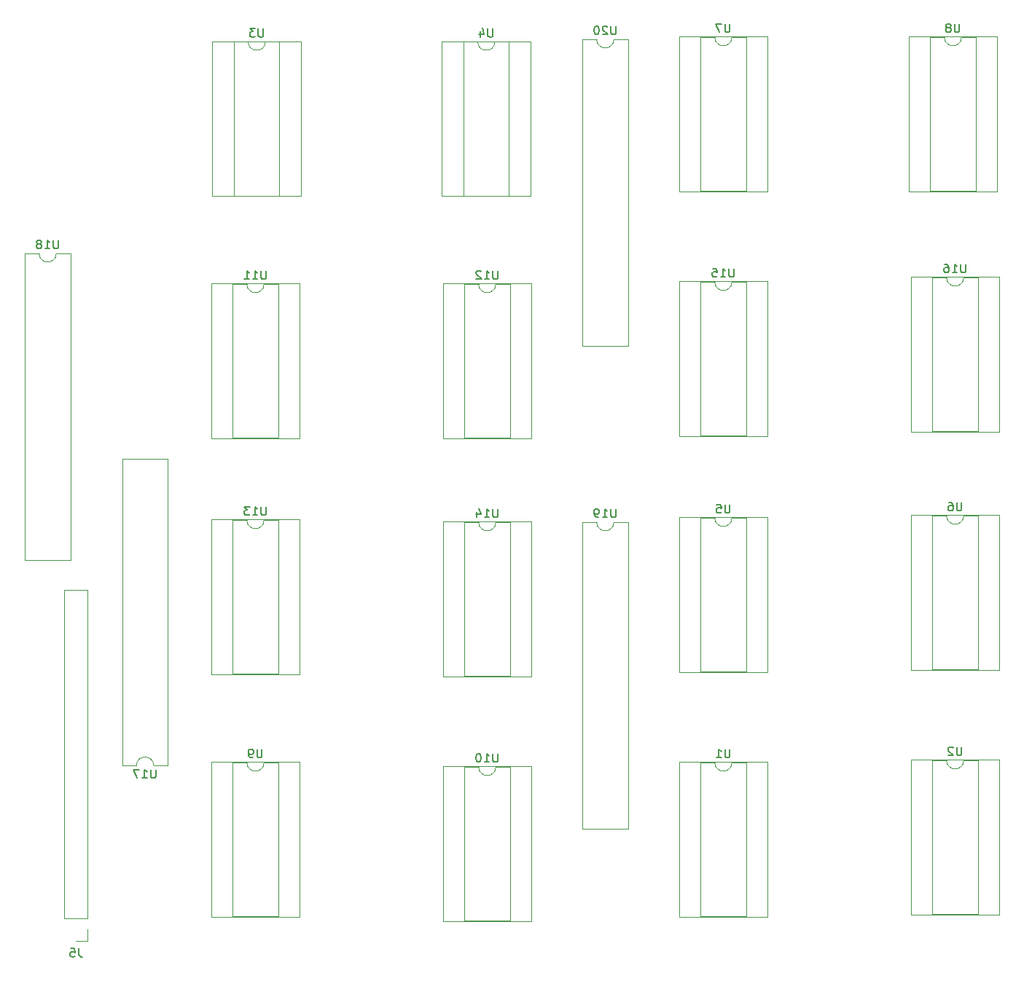
<source format=gbr>
G04 #@! TF.GenerationSoftware,KiCad,Pcbnew,(5.0.1-3-g963ef8bb5)*
G04 #@! TF.CreationDate,2019-04-09T02:40:33-05:00*
G04 #@! TF.ProjectId,SDMAY1932,53444D4159313933322E6B696361645F,rev?*
G04 #@! TF.SameCoordinates,Original*
G04 #@! TF.FileFunction,Legend,Bot*
G04 #@! TF.FilePolarity,Positive*
%FSLAX46Y46*%
G04 Gerber Fmt 4.6, Leading zero omitted, Abs format (unit mm)*
G04 Created by KiCad (PCBNEW (5.0.1-3-g963ef8bb5)) date Tuesday, April 09, 2019 at 02:40:33 AM*
%MOMM*%
%LPD*%
G01*
G04 APERTURE LIST*
%ADD10C,0.120000*%
%ADD11C,0.150000*%
G04 APERTURE END LIST*
D10*
G04 #@! TO.C,U17*
X44057170Y-128325906D02*
G75*
G03X42057170Y-128325906I-1000000J0D01*
G01*
X42057170Y-128325906D02*
X40407170Y-128325906D01*
X40407170Y-128325906D02*
X40407170Y-92645906D01*
X40407170Y-92645906D02*
X45707170Y-92645906D01*
X45707170Y-92645906D02*
X45707170Y-128325906D01*
X45707170Y-128325906D02*
X44057170Y-128325906D01*
G04 #@! TO.C,U20*
X95520000Y-43882000D02*
G75*
G03X97520000Y-43882000I1000000J0D01*
G01*
X97520000Y-43882000D02*
X99170000Y-43882000D01*
X99170000Y-43882000D02*
X99170000Y-79562000D01*
X99170000Y-79562000D02*
X93870000Y-79562000D01*
X93870000Y-79562000D02*
X93870000Y-43882000D01*
X93870000Y-43882000D02*
X95520000Y-43882000D01*
G04 #@! TO.C,U18*
X30750000Y-68774000D02*
G75*
G03X32750000Y-68774000I1000000J0D01*
G01*
X32750000Y-68774000D02*
X34400000Y-68774000D01*
X34400000Y-68774000D02*
X34400000Y-104454000D01*
X34400000Y-104454000D02*
X29100000Y-104454000D01*
X29100000Y-104454000D02*
X29100000Y-68774000D01*
X29100000Y-68774000D02*
X30750000Y-68774000D01*
G04 #@! TO.C,U1*
X105096000Y-127896000D02*
X115376000Y-127896000D01*
X105096000Y-145916000D02*
X105096000Y-127896000D01*
X115376000Y-145916000D02*
X105096000Y-145916000D01*
X115376000Y-127896000D02*
X115376000Y-145916000D01*
X107586000Y-127956000D02*
X109236000Y-127956000D01*
X107586000Y-145856000D02*
X107586000Y-127956000D01*
X112886000Y-145856000D02*
X107586000Y-145856000D01*
X112886000Y-127956000D02*
X112886000Y-145856000D01*
X111236000Y-127956000D02*
X112886000Y-127956000D01*
X109236000Y-127956000D02*
G75*
G03X111236000Y-127956000I1000000J0D01*
G01*
G04 #@! TO.C,U2*
X136160000Y-127702000D02*
G75*
G03X138160000Y-127702000I1000000J0D01*
G01*
X138160000Y-127702000D02*
X139810000Y-127702000D01*
X139810000Y-127702000D02*
X139810000Y-145602000D01*
X139810000Y-145602000D02*
X134510000Y-145602000D01*
X134510000Y-145602000D02*
X134510000Y-127702000D01*
X134510000Y-127702000D02*
X136160000Y-127702000D01*
X142300000Y-127642000D02*
X142300000Y-145662000D01*
X142300000Y-145662000D02*
X132020000Y-145662000D01*
X132020000Y-145662000D02*
X132020000Y-127642000D01*
X132020000Y-127642000D02*
X142300000Y-127642000D01*
G04 #@! TO.C,U3*
X55025920Y-44163963D02*
G75*
G03X57025920Y-44163963I1000000J0D01*
G01*
X57025920Y-44163963D02*
X58675920Y-44163963D01*
X58675920Y-44163963D02*
X58675920Y-62063963D01*
X58675920Y-62063963D02*
X53375920Y-62063963D01*
X53375920Y-62063963D02*
X53375920Y-44163963D01*
X53375920Y-44163963D02*
X55025920Y-44163963D01*
X61165920Y-44103963D02*
X61165920Y-62123963D01*
X61165920Y-62123963D02*
X50885920Y-62123963D01*
X50885920Y-62123963D02*
X50885920Y-44103963D01*
X50885920Y-44103963D02*
X61165920Y-44103963D01*
G04 #@! TO.C,U4*
X81695920Y-44163963D02*
G75*
G03X83695920Y-44163963I1000000J0D01*
G01*
X83695920Y-44163963D02*
X85345920Y-44163963D01*
X85345920Y-44163963D02*
X85345920Y-62063963D01*
X85345920Y-62063963D02*
X80045920Y-62063963D01*
X80045920Y-62063963D02*
X80045920Y-44163963D01*
X80045920Y-44163963D02*
X81695920Y-44163963D01*
X87835920Y-44103963D02*
X87835920Y-62123963D01*
X87835920Y-62123963D02*
X77555920Y-62123963D01*
X77555920Y-62123963D02*
X77555920Y-44103963D01*
X77555920Y-44103963D02*
X87835920Y-44103963D01*
G04 #@! TO.C,U5*
X109236000Y-99508000D02*
G75*
G03X111236000Y-99508000I1000000J0D01*
G01*
X111236000Y-99508000D02*
X112886000Y-99508000D01*
X112886000Y-99508000D02*
X112886000Y-117408000D01*
X112886000Y-117408000D02*
X107586000Y-117408000D01*
X107586000Y-117408000D02*
X107586000Y-99508000D01*
X107586000Y-99508000D02*
X109236000Y-99508000D01*
X115376000Y-99448000D02*
X115376000Y-117468000D01*
X115376000Y-117468000D02*
X105096000Y-117468000D01*
X105096000Y-117468000D02*
X105096000Y-99448000D01*
X105096000Y-99448000D02*
X115376000Y-99448000D01*
G04 #@! TO.C,U6*
X136160000Y-99254000D02*
G75*
G03X138160000Y-99254000I1000000J0D01*
G01*
X138160000Y-99254000D02*
X139810000Y-99254000D01*
X139810000Y-99254000D02*
X139810000Y-117154000D01*
X139810000Y-117154000D02*
X134510000Y-117154000D01*
X134510000Y-117154000D02*
X134510000Y-99254000D01*
X134510000Y-99254000D02*
X136160000Y-99254000D01*
X142300000Y-99194000D02*
X142300000Y-117214000D01*
X142300000Y-117214000D02*
X132020000Y-117214000D01*
X132020000Y-117214000D02*
X132020000Y-99194000D01*
X132020000Y-99194000D02*
X142300000Y-99194000D01*
G04 #@! TO.C,U7*
X109236000Y-43628000D02*
G75*
G03X111236000Y-43628000I1000000J0D01*
G01*
X111236000Y-43628000D02*
X112886000Y-43628000D01*
X112886000Y-43628000D02*
X112886000Y-61528000D01*
X112886000Y-61528000D02*
X107586000Y-61528000D01*
X107586000Y-61528000D02*
X107586000Y-43628000D01*
X107586000Y-43628000D02*
X109236000Y-43628000D01*
X115376000Y-43568000D02*
X115376000Y-61588000D01*
X115376000Y-61588000D02*
X105096000Y-61588000D01*
X105096000Y-61588000D02*
X105096000Y-43568000D01*
X105096000Y-43568000D02*
X115376000Y-43568000D01*
G04 #@! TO.C,U8*
X135906000Y-43628000D02*
G75*
G03X137906000Y-43628000I1000000J0D01*
G01*
X137906000Y-43628000D02*
X139556000Y-43628000D01*
X139556000Y-43628000D02*
X139556000Y-61528000D01*
X139556000Y-61528000D02*
X134256000Y-61528000D01*
X134256000Y-61528000D02*
X134256000Y-43628000D01*
X134256000Y-43628000D02*
X135906000Y-43628000D01*
X142046000Y-43568000D02*
X142046000Y-61588000D01*
X142046000Y-61588000D02*
X131766000Y-61588000D01*
X131766000Y-61588000D02*
X131766000Y-43568000D01*
X131766000Y-43568000D02*
X142046000Y-43568000D01*
G04 #@! TO.C,U9*
X54880000Y-127956000D02*
G75*
G03X56880000Y-127956000I1000000J0D01*
G01*
X56880000Y-127956000D02*
X58530000Y-127956000D01*
X58530000Y-127956000D02*
X58530000Y-145856000D01*
X58530000Y-145856000D02*
X53230000Y-145856000D01*
X53230000Y-145856000D02*
X53230000Y-127956000D01*
X53230000Y-127956000D02*
X54880000Y-127956000D01*
X61020000Y-127896000D02*
X61020000Y-145916000D01*
X61020000Y-145916000D02*
X50740000Y-145916000D01*
X50740000Y-145916000D02*
X50740000Y-127896000D01*
X50740000Y-127896000D02*
X61020000Y-127896000D01*
G04 #@! TO.C,U10*
X77664000Y-128404000D02*
X87944000Y-128404000D01*
X77664000Y-146424000D02*
X77664000Y-128404000D01*
X87944000Y-146424000D02*
X77664000Y-146424000D01*
X87944000Y-128404000D02*
X87944000Y-146424000D01*
X80154000Y-128464000D02*
X81804000Y-128464000D01*
X80154000Y-146364000D02*
X80154000Y-128464000D01*
X85454000Y-146364000D02*
X80154000Y-146364000D01*
X85454000Y-128464000D02*
X85454000Y-146364000D01*
X83804000Y-128464000D02*
X85454000Y-128464000D01*
X81804000Y-128464000D02*
G75*
G03X83804000Y-128464000I1000000J0D01*
G01*
G04 #@! TO.C,U11*
X50740000Y-72270000D02*
X61020000Y-72270000D01*
X50740000Y-90290000D02*
X50740000Y-72270000D01*
X61020000Y-90290000D02*
X50740000Y-90290000D01*
X61020000Y-72270000D02*
X61020000Y-90290000D01*
X53230000Y-72330000D02*
X54880000Y-72330000D01*
X53230000Y-90230000D02*
X53230000Y-72330000D01*
X58530000Y-90230000D02*
X53230000Y-90230000D01*
X58530000Y-72330000D02*
X58530000Y-90230000D01*
X56880000Y-72330000D02*
X58530000Y-72330000D01*
X54880000Y-72330000D02*
G75*
G03X56880000Y-72330000I1000000J0D01*
G01*
G04 #@! TO.C,U12*
X77664000Y-72270000D02*
X87944000Y-72270000D01*
X77664000Y-90290000D02*
X77664000Y-72270000D01*
X87944000Y-90290000D02*
X77664000Y-90290000D01*
X87944000Y-72270000D02*
X87944000Y-90290000D01*
X80154000Y-72330000D02*
X81804000Y-72330000D01*
X80154000Y-90230000D02*
X80154000Y-72330000D01*
X85454000Y-90230000D02*
X80154000Y-90230000D01*
X85454000Y-72330000D02*
X85454000Y-90230000D01*
X83804000Y-72330000D02*
X85454000Y-72330000D01*
X81804000Y-72330000D02*
G75*
G03X83804000Y-72330000I1000000J0D01*
G01*
G04 #@! TO.C,U13*
X50740000Y-99702000D02*
X61020000Y-99702000D01*
X50740000Y-117722000D02*
X50740000Y-99702000D01*
X61020000Y-117722000D02*
X50740000Y-117722000D01*
X61020000Y-99702000D02*
X61020000Y-117722000D01*
X53230000Y-99762000D02*
X54880000Y-99762000D01*
X53230000Y-117662000D02*
X53230000Y-99762000D01*
X58530000Y-117662000D02*
X53230000Y-117662000D01*
X58530000Y-99762000D02*
X58530000Y-117662000D01*
X56880000Y-99762000D02*
X58530000Y-99762000D01*
X54880000Y-99762000D02*
G75*
G03X56880000Y-99762000I1000000J0D01*
G01*
G04 #@! TO.C,U14*
X77664000Y-99956000D02*
X87944000Y-99956000D01*
X77664000Y-117976000D02*
X77664000Y-99956000D01*
X87944000Y-117976000D02*
X77664000Y-117976000D01*
X87944000Y-99956000D02*
X87944000Y-117976000D01*
X80154000Y-100016000D02*
X81804000Y-100016000D01*
X80154000Y-117916000D02*
X80154000Y-100016000D01*
X85454000Y-117916000D02*
X80154000Y-117916000D01*
X85454000Y-100016000D02*
X85454000Y-117916000D01*
X83804000Y-100016000D02*
X85454000Y-100016000D01*
X81804000Y-100016000D02*
G75*
G03X83804000Y-100016000I1000000J0D01*
G01*
G04 #@! TO.C,U15*
X105096000Y-72016000D02*
X115376000Y-72016000D01*
X105096000Y-90036000D02*
X105096000Y-72016000D01*
X115376000Y-90036000D02*
X105096000Y-90036000D01*
X115376000Y-72016000D02*
X115376000Y-90036000D01*
X107586000Y-72076000D02*
X109236000Y-72076000D01*
X107586000Y-89976000D02*
X107586000Y-72076000D01*
X112886000Y-89976000D02*
X107586000Y-89976000D01*
X112886000Y-72076000D02*
X112886000Y-89976000D01*
X111236000Y-72076000D02*
X112886000Y-72076000D01*
X109236000Y-72076000D02*
G75*
G03X111236000Y-72076000I1000000J0D01*
G01*
G04 #@! TO.C,U16*
X132020000Y-71508000D02*
X142300000Y-71508000D01*
X132020000Y-89528000D02*
X132020000Y-71508000D01*
X142300000Y-89528000D02*
X132020000Y-89528000D01*
X142300000Y-71508000D02*
X142300000Y-89528000D01*
X134510000Y-71568000D02*
X136160000Y-71568000D01*
X134510000Y-89468000D02*
X134510000Y-71568000D01*
X139810000Y-89468000D02*
X134510000Y-89468000D01*
X139810000Y-71568000D02*
X139810000Y-89468000D01*
X138160000Y-71568000D02*
X139810000Y-71568000D01*
X136160000Y-71568000D02*
G75*
G03X138160000Y-71568000I1000000J0D01*
G01*
G04 #@! TO.C,U19*
X93870000Y-100016000D02*
X95520000Y-100016000D01*
X93870000Y-135696000D02*
X93870000Y-100016000D01*
X99170000Y-135696000D02*
X93870000Y-135696000D01*
X99170000Y-100016000D02*
X99170000Y-135696000D01*
X97520000Y-100016000D02*
X99170000Y-100016000D01*
X95520000Y-100016000D02*
G75*
G03X97520000Y-100016000I1000000J0D01*
G01*
G04 #@! TO.C,J5*
X33697484Y-146080110D02*
X36357484Y-146080110D01*
X33697484Y-146080110D02*
X33697484Y-107920110D01*
X33697484Y-107920110D02*
X36357484Y-107920110D01*
X36357484Y-146080110D02*
X36357484Y-107920110D01*
X36357484Y-148680110D02*
X36357484Y-147350110D01*
X35027484Y-148680110D02*
X36357484Y-148680110D01*
G04 #@! TO.C,U17*
D11*
X44295265Y-128778286D02*
X44295265Y-129587810D01*
X44247646Y-129683048D01*
X44200027Y-129730667D01*
X44104789Y-129778286D01*
X43914312Y-129778286D01*
X43819074Y-129730667D01*
X43771455Y-129683048D01*
X43723836Y-129587810D01*
X43723836Y-128778286D01*
X42723836Y-129778286D02*
X43295265Y-129778286D01*
X43009550Y-129778286D02*
X43009550Y-128778286D01*
X43104789Y-128921144D01*
X43200027Y-129016382D01*
X43295265Y-129064001D01*
X42390503Y-128778286D02*
X41723836Y-128778286D01*
X42152408Y-129778286D01*
G04 #@! TO.C,U20*
X97758095Y-42334380D02*
X97758095Y-43143904D01*
X97710476Y-43239142D01*
X97662857Y-43286761D01*
X97567619Y-43334380D01*
X97377142Y-43334380D01*
X97281904Y-43286761D01*
X97234285Y-43239142D01*
X97186666Y-43143904D01*
X97186666Y-42334380D01*
X96758095Y-42429619D02*
X96710476Y-42382000D01*
X96615238Y-42334380D01*
X96377142Y-42334380D01*
X96281904Y-42382000D01*
X96234285Y-42429619D01*
X96186666Y-42524857D01*
X96186666Y-42620095D01*
X96234285Y-42762952D01*
X96805714Y-43334380D01*
X96186666Y-43334380D01*
X95567619Y-42334380D02*
X95472380Y-42334380D01*
X95377142Y-42382000D01*
X95329523Y-42429619D01*
X95281904Y-42524857D01*
X95234285Y-42715333D01*
X95234285Y-42953428D01*
X95281904Y-43143904D01*
X95329523Y-43239142D01*
X95377142Y-43286761D01*
X95472380Y-43334380D01*
X95567619Y-43334380D01*
X95662857Y-43286761D01*
X95710476Y-43239142D01*
X95758095Y-43143904D01*
X95805714Y-42953428D01*
X95805714Y-42715333D01*
X95758095Y-42524857D01*
X95710476Y-42429619D01*
X95662857Y-42382000D01*
X95567619Y-42334380D01*
G04 #@! TO.C,U18*
X32988095Y-67226380D02*
X32988095Y-68035904D01*
X32940476Y-68131142D01*
X32892857Y-68178761D01*
X32797619Y-68226380D01*
X32607142Y-68226380D01*
X32511904Y-68178761D01*
X32464285Y-68131142D01*
X32416666Y-68035904D01*
X32416666Y-67226380D01*
X31416666Y-68226380D02*
X31988095Y-68226380D01*
X31702380Y-68226380D02*
X31702380Y-67226380D01*
X31797619Y-67369238D01*
X31892857Y-67464476D01*
X31988095Y-67512095D01*
X30845238Y-67654952D02*
X30940476Y-67607333D01*
X30988095Y-67559714D01*
X31035714Y-67464476D01*
X31035714Y-67416857D01*
X30988095Y-67321619D01*
X30940476Y-67274000D01*
X30845238Y-67226380D01*
X30654761Y-67226380D01*
X30559523Y-67274000D01*
X30511904Y-67321619D01*
X30464285Y-67416857D01*
X30464285Y-67464476D01*
X30511904Y-67559714D01*
X30559523Y-67607333D01*
X30654761Y-67654952D01*
X30845238Y-67654952D01*
X30940476Y-67702571D01*
X30988095Y-67750190D01*
X31035714Y-67845428D01*
X31035714Y-68035904D01*
X30988095Y-68131142D01*
X30940476Y-68178761D01*
X30845238Y-68226380D01*
X30654761Y-68226380D01*
X30559523Y-68178761D01*
X30511904Y-68131142D01*
X30464285Y-68035904D01*
X30464285Y-67845428D01*
X30511904Y-67750190D01*
X30559523Y-67702571D01*
X30654761Y-67654952D01*
G04 #@! TO.C,U1*
X110997904Y-126408380D02*
X110997904Y-127217904D01*
X110950285Y-127313142D01*
X110902666Y-127360761D01*
X110807428Y-127408380D01*
X110616952Y-127408380D01*
X110521714Y-127360761D01*
X110474095Y-127313142D01*
X110426476Y-127217904D01*
X110426476Y-126408380D01*
X109426476Y-127408380D02*
X109997904Y-127408380D01*
X109712190Y-127408380D02*
X109712190Y-126408380D01*
X109807428Y-126551238D01*
X109902666Y-126646476D01*
X109997904Y-126694095D01*
G04 #@! TO.C,U2*
X137921904Y-126154380D02*
X137921904Y-126963904D01*
X137874285Y-127059142D01*
X137826666Y-127106761D01*
X137731428Y-127154380D01*
X137540952Y-127154380D01*
X137445714Y-127106761D01*
X137398095Y-127059142D01*
X137350476Y-126963904D01*
X137350476Y-126154380D01*
X136921904Y-126249619D02*
X136874285Y-126202000D01*
X136779047Y-126154380D01*
X136540952Y-126154380D01*
X136445714Y-126202000D01*
X136398095Y-126249619D01*
X136350476Y-126344857D01*
X136350476Y-126440095D01*
X136398095Y-126582952D01*
X136969523Y-127154380D01*
X136350476Y-127154380D01*
G04 #@! TO.C,U3*
X56787824Y-42616343D02*
X56787824Y-43425867D01*
X56740205Y-43521105D01*
X56692586Y-43568724D01*
X56597348Y-43616343D01*
X56406872Y-43616343D01*
X56311634Y-43568724D01*
X56264015Y-43521105D01*
X56216396Y-43425867D01*
X56216396Y-42616343D01*
X55835443Y-42616343D02*
X55216396Y-42616343D01*
X55549729Y-42997296D01*
X55406872Y-42997296D01*
X55311634Y-43044915D01*
X55264015Y-43092534D01*
X55216396Y-43187772D01*
X55216396Y-43425867D01*
X55264015Y-43521105D01*
X55311634Y-43568724D01*
X55406872Y-43616343D01*
X55692586Y-43616343D01*
X55787824Y-43568724D01*
X55835443Y-43521105D01*
G04 #@! TO.C,U4*
X83457824Y-42616343D02*
X83457824Y-43425867D01*
X83410205Y-43521105D01*
X83362586Y-43568724D01*
X83267348Y-43616343D01*
X83076872Y-43616343D01*
X82981634Y-43568724D01*
X82934015Y-43521105D01*
X82886396Y-43425867D01*
X82886396Y-42616343D01*
X81981634Y-42949677D02*
X81981634Y-43616343D01*
X82219729Y-42568724D02*
X82457824Y-43283010D01*
X81838777Y-43283010D01*
G04 #@! TO.C,U5*
X110997904Y-97960380D02*
X110997904Y-98769904D01*
X110950285Y-98865142D01*
X110902666Y-98912761D01*
X110807428Y-98960380D01*
X110616952Y-98960380D01*
X110521714Y-98912761D01*
X110474095Y-98865142D01*
X110426476Y-98769904D01*
X110426476Y-97960380D01*
X109474095Y-97960380D02*
X109950285Y-97960380D01*
X109997904Y-98436571D01*
X109950285Y-98388952D01*
X109855047Y-98341333D01*
X109616952Y-98341333D01*
X109521714Y-98388952D01*
X109474095Y-98436571D01*
X109426476Y-98531809D01*
X109426476Y-98769904D01*
X109474095Y-98865142D01*
X109521714Y-98912761D01*
X109616952Y-98960380D01*
X109855047Y-98960380D01*
X109950285Y-98912761D01*
X109997904Y-98865142D01*
G04 #@! TO.C,U6*
X137921904Y-97706380D02*
X137921904Y-98515904D01*
X137874285Y-98611142D01*
X137826666Y-98658761D01*
X137731428Y-98706380D01*
X137540952Y-98706380D01*
X137445714Y-98658761D01*
X137398095Y-98611142D01*
X137350476Y-98515904D01*
X137350476Y-97706380D01*
X136445714Y-97706380D02*
X136636190Y-97706380D01*
X136731428Y-97754000D01*
X136779047Y-97801619D01*
X136874285Y-97944476D01*
X136921904Y-98134952D01*
X136921904Y-98515904D01*
X136874285Y-98611142D01*
X136826666Y-98658761D01*
X136731428Y-98706380D01*
X136540952Y-98706380D01*
X136445714Y-98658761D01*
X136398095Y-98611142D01*
X136350476Y-98515904D01*
X136350476Y-98277809D01*
X136398095Y-98182571D01*
X136445714Y-98134952D01*
X136540952Y-98087333D01*
X136731428Y-98087333D01*
X136826666Y-98134952D01*
X136874285Y-98182571D01*
X136921904Y-98277809D01*
G04 #@! TO.C,U7*
X110997904Y-42080380D02*
X110997904Y-42889904D01*
X110950285Y-42985142D01*
X110902666Y-43032761D01*
X110807428Y-43080380D01*
X110616952Y-43080380D01*
X110521714Y-43032761D01*
X110474095Y-42985142D01*
X110426476Y-42889904D01*
X110426476Y-42080380D01*
X110045523Y-42080380D02*
X109378857Y-42080380D01*
X109807428Y-43080380D01*
G04 #@! TO.C,U8*
X137667904Y-42080380D02*
X137667904Y-42889904D01*
X137620285Y-42985142D01*
X137572666Y-43032761D01*
X137477428Y-43080380D01*
X137286952Y-43080380D01*
X137191714Y-43032761D01*
X137144095Y-42985142D01*
X137096476Y-42889904D01*
X137096476Y-42080380D01*
X136477428Y-42508952D02*
X136572666Y-42461333D01*
X136620285Y-42413714D01*
X136667904Y-42318476D01*
X136667904Y-42270857D01*
X136620285Y-42175619D01*
X136572666Y-42128000D01*
X136477428Y-42080380D01*
X136286952Y-42080380D01*
X136191714Y-42128000D01*
X136144095Y-42175619D01*
X136096476Y-42270857D01*
X136096476Y-42318476D01*
X136144095Y-42413714D01*
X136191714Y-42461333D01*
X136286952Y-42508952D01*
X136477428Y-42508952D01*
X136572666Y-42556571D01*
X136620285Y-42604190D01*
X136667904Y-42699428D01*
X136667904Y-42889904D01*
X136620285Y-42985142D01*
X136572666Y-43032761D01*
X136477428Y-43080380D01*
X136286952Y-43080380D01*
X136191714Y-43032761D01*
X136144095Y-42985142D01*
X136096476Y-42889904D01*
X136096476Y-42699428D01*
X136144095Y-42604190D01*
X136191714Y-42556571D01*
X136286952Y-42508952D01*
G04 #@! TO.C,U9*
X56641904Y-126408380D02*
X56641904Y-127217904D01*
X56594285Y-127313142D01*
X56546666Y-127360761D01*
X56451428Y-127408380D01*
X56260952Y-127408380D01*
X56165714Y-127360761D01*
X56118095Y-127313142D01*
X56070476Y-127217904D01*
X56070476Y-126408380D01*
X55546666Y-127408380D02*
X55356190Y-127408380D01*
X55260952Y-127360761D01*
X55213333Y-127313142D01*
X55118095Y-127170285D01*
X55070476Y-126979809D01*
X55070476Y-126598857D01*
X55118095Y-126503619D01*
X55165714Y-126456000D01*
X55260952Y-126408380D01*
X55451428Y-126408380D01*
X55546666Y-126456000D01*
X55594285Y-126503619D01*
X55641904Y-126598857D01*
X55641904Y-126836952D01*
X55594285Y-126932190D01*
X55546666Y-126979809D01*
X55451428Y-127027428D01*
X55260952Y-127027428D01*
X55165714Y-126979809D01*
X55118095Y-126932190D01*
X55070476Y-126836952D01*
G04 #@! TO.C,U10*
X84042095Y-126916380D02*
X84042095Y-127725904D01*
X83994476Y-127821142D01*
X83946857Y-127868761D01*
X83851619Y-127916380D01*
X83661142Y-127916380D01*
X83565904Y-127868761D01*
X83518285Y-127821142D01*
X83470666Y-127725904D01*
X83470666Y-126916380D01*
X82470666Y-127916380D02*
X83042095Y-127916380D01*
X82756380Y-127916380D02*
X82756380Y-126916380D01*
X82851619Y-127059238D01*
X82946857Y-127154476D01*
X83042095Y-127202095D01*
X81851619Y-126916380D02*
X81756380Y-126916380D01*
X81661142Y-126964000D01*
X81613523Y-127011619D01*
X81565904Y-127106857D01*
X81518285Y-127297333D01*
X81518285Y-127535428D01*
X81565904Y-127725904D01*
X81613523Y-127821142D01*
X81661142Y-127868761D01*
X81756380Y-127916380D01*
X81851619Y-127916380D01*
X81946857Y-127868761D01*
X81994476Y-127821142D01*
X82042095Y-127725904D01*
X82089714Y-127535428D01*
X82089714Y-127297333D01*
X82042095Y-127106857D01*
X81994476Y-127011619D01*
X81946857Y-126964000D01*
X81851619Y-126916380D01*
G04 #@! TO.C,U11*
X57118095Y-70782380D02*
X57118095Y-71591904D01*
X57070476Y-71687142D01*
X57022857Y-71734761D01*
X56927619Y-71782380D01*
X56737142Y-71782380D01*
X56641904Y-71734761D01*
X56594285Y-71687142D01*
X56546666Y-71591904D01*
X56546666Y-70782380D01*
X55546666Y-71782380D02*
X56118095Y-71782380D01*
X55832380Y-71782380D02*
X55832380Y-70782380D01*
X55927619Y-70925238D01*
X56022857Y-71020476D01*
X56118095Y-71068095D01*
X54594285Y-71782380D02*
X55165714Y-71782380D01*
X54880000Y-71782380D02*
X54880000Y-70782380D01*
X54975238Y-70925238D01*
X55070476Y-71020476D01*
X55165714Y-71068095D01*
G04 #@! TO.C,U12*
X84042095Y-70782380D02*
X84042095Y-71591904D01*
X83994476Y-71687142D01*
X83946857Y-71734761D01*
X83851619Y-71782380D01*
X83661142Y-71782380D01*
X83565904Y-71734761D01*
X83518285Y-71687142D01*
X83470666Y-71591904D01*
X83470666Y-70782380D01*
X82470666Y-71782380D02*
X83042095Y-71782380D01*
X82756380Y-71782380D02*
X82756380Y-70782380D01*
X82851619Y-70925238D01*
X82946857Y-71020476D01*
X83042095Y-71068095D01*
X82089714Y-70877619D02*
X82042095Y-70830000D01*
X81946857Y-70782380D01*
X81708761Y-70782380D01*
X81613523Y-70830000D01*
X81565904Y-70877619D01*
X81518285Y-70972857D01*
X81518285Y-71068095D01*
X81565904Y-71210952D01*
X82137333Y-71782380D01*
X81518285Y-71782380D01*
G04 #@! TO.C,U13*
X57118095Y-98214380D02*
X57118095Y-99023904D01*
X57070476Y-99119142D01*
X57022857Y-99166761D01*
X56927619Y-99214380D01*
X56737142Y-99214380D01*
X56641904Y-99166761D01*
X56594285Y-99119142D01*
X56546666Y-99023904D01*
X56546666Y-98214380D01*
X55546666Y-99214380D02*
X56118095Y-99214380D01*
X55832380Y-99214380D02*
X55832380Y-98214380D01*
X55927619Y-98357238D01*
X56022857Y-98452476D01*
X56118095Y-98500095D01*
X55213333Y-98214380D02*
X54594285Y-98214380D01*
X54927619Y-98595333D01*
X54784761Y-98595333D01*
X54689523Y-98642952D01*
X54641904Y-98690571D01*
X54594285Y-98785809D01*
X54594285Y-99023904D01*
X54641904Y-99119142D01*
X54689523Y-99166761D01*
X54784761Y-99214380D01*
X55070476Y-99214380D01*
X55165714Y-99166761D01*
X55213333Y-99119142D01*
G04 #@! TO.C,U14*
X84042095Y-98468380D02*
X84042095Y-99277904D01*
X83994476Y-99373142D01*
X83946857Y-99420761D01*
X83851619Y-99468380D01*
X83661142Y-99468380D01*
X83565904Y-99420761D01*
X83518285Y-99373142D01*
X83470666Y-99277904D01*
X83470666Y-98468380D01*
X82470666Y-99468380D02*
X83042095Y-99468380D01*
X82756380Y-99468380D02*
X82756380Y-98468380D01*
X82851619Y-98611238D01*
X82946857Y-98706476D01*
X83042095Y-98754095D01*
X81613523Y-98801714D02*
X81613523Y-99468380D01*
X81851619Y-98420761D02*
X82089714Y-99135047D01*
X81470666Y-99135047D01*
G04 #@! TO.C,U15*
X111474095Y-70528380D02*
X111474095Y-71337904D01*
X111426476Y-71433142D01*
X111378857Y-71480761D01*
X111283619Y-71528380D01*
X111093142Y-71528380D01*
X110997904Y-71480761D01*
X110950285Y-71433142D01*
X110902666Y-71337904D01*
X110902666Y-70528380D01*
X109902666Y-71528380D02*
X110474095Y-71528380D01*
X110188380Y-71528380D02*
X110188380Y-70528380D01*
X110283619Y-70671238D01*
X110378857Y-70766476D01*
X110474095Y-70814095D01*
X108997904Y-70528380D02*
X109474095Y-70528380D01*
X109521714Y-71004571D01*
X109474095Y-70956952D01*
X109378857Y-70909333D01*
X109140761Y-70909333D01*
X109045523Y-70956952D01*
X108997904Y-71004571D01*
X108950285Y-71099809D01*
X108950285Y-71337904D01*
X108997904Y-71433142D01*
X109045523Y-71480761D01*
X109140761Y-71528380D01*
X109378857Y-71528380D01*
X109474095Y-71480761D01*
X109521714Y-71433142D01*
G04 #@! TO.C,U16*
X138398095Y-70020380D02*
X138398095Y-70829904D01*
X138350476Y-70925142D01*
X138302857Y-70972761D01*
X138207619Y-71020380D01*
X138017142Y-71020380D01*
X137921904Y-70972761D01*
X137874285Y-70925142D01*
X137826666Y-70829904D01*
X137826666Y-70020380D01*
X136826666Y-71020380D02*
X137398095Y-71020380D01*
X137112380Y-71020380D02*
X137112380Y-70020380D01*
X137207619Y-70163238D01*
X137302857Y-70258476D01*
X137398095Y-70306095D01*
X135969523Y-70020380D02*
X136160000Y-70020380D01*
X136255238Y-70068000D01*
X136302857Y-70115619D01*
X136398095Y-70258476D01*
X136445714Y-70448952D01*
X136445714Y-70829904D01*
X136398095Y-70925142D01*
X136350476Y-70972761D01*
X136255238Y-71020380D01*
X136064761Y-71020380D01*
X135969523Y-70972761D01*
X135921904Y-70925142D01*
X135874285Y-70829904D01*
X135874285Y-70591809D01*
X135921904Y-70496571D01*
X135969523Y-70448952D01*
X136064761Y-70401333D01*
X136255238Y-70401333D01*
X136350476Y-70448952D01*
X136398095Y-70496571D01*
X136445714Y-70591809D01*
G04 #@! TO.C,U19*
X97758095Y-98468380D02*
X97758095Y-99277904D01*
X97710476Y-99373142D01*
X97662857Y-99420761D01*
X97567619Y-99468380D01*
X97377142Y-99468380D01*
X97281904Y-99420761D01*
X97234285Y-99373142D01*
X97186666Y-99277904D01*
X97186666Y-98468380D01*
X96186666Y-99468380D02*
X96758095Y-99468380D01*
X96472380Y-99468380D02*
X96472380Y-98468380D01*
X96567619Y-98611238D01*
X96662857Y-98706476D01*
X96758095Y-98754095D01*
X95710476Y-99468380D02*
X95520000Y-99468380D01*
X95424761Y-99420761D01*
X95377142Y-99373142D01*
X95281904Y-99230285D01*
X95234285Y-99039809D01*
X95234285Y-98658857D01*
X95281904Y-98563619D01*
X95329523Y-98516000D01*
X95424761Y-98468380D01*
X95615238Y-98468380D01*
X95710476Y-98516000D01*
X95758095Y-98563619D01*
X95805714Y-98658857D01*
X95805714Y-98896952D01*
X95758095Y-98992190D01*
X95710476Y-99039809D01*
X95615238Y-99087428D01*
X95424761Y-99087428D01*
X95329523Y-99039809D01*
X95281904Y-98992190D01*
X95234285Y-98896952D01*
G04 #@! TO.C,J5*
X35360817Y-149572490D02*
X35360817Y-150286776D01*
X35408436Y-150429633D01*
X35503674Y-150524871D01*
X35646531Y-150572490D01*
X35741769Y-150572490D01*
X34408436Y-149572490D02*
X34884626Y-149572490D01*
X34932245Y-150048681D01*
X34884626Y-150001062D01*
X34789388Y-149953443D01*
X34551293Y-149953443D01*
X34456055Y-150001062D01*
X34408436Y-150048681D01*
X34360817Y-150143919D01*
X34360817Y-150382014D01*
X34408436Y-150477252D01*
X34456055Y-150524871D01*
X34551293Y-150572490D01*
X34789388Y-150572490D01*
X34884626Y-150524871D01*
X34932245Y-150477252D01*
G04 #@! TD*
M02*

</source>
